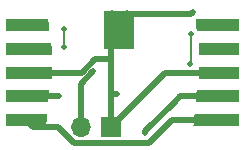
<source format=gbr>
%TF.GenerationSoftware,KiCad,Pcbnew,8.0.7*%
%TF.CreationDate,2025-01-17T17:05:41+01:00*%
%TF.ProjectId,board,626f6172-642e-46b6-9963-61645f706362,rev?*%
%TF.SameCoordinates,Original*%
%TF.FileFunction,Copper,L2,Bot*%
%TF.FilePolarity,Positive*%
%FSLAX46Y46*%
G04 Gerber Fmt 4.6, Leading zero omitted, Abs format (unit mm)*
G04 Created by KiCad (PCBNEW 8.0.7) date 2025-01-17 17:05:41*
%MOMM*%
%LPD*%
G01*
G04 APERTURE LIST*
G04 Aperture macros list*
%AMFreePoly0*
4,1,5,0.500000,-1.800000,-0.500000,-1.800000,-0.500000,1.800000,0.500000,1.900000,0.500000,-1.800000,0.500000,-1.800000,$1*%
%AMFreePoly1*
4,1,5,0.500000,-1.500000,-0.500000,-1.500000,-0.500000,2.300000,0.500000,2.400000,0.500000,-1.500000,0.500000,-1.500000,$1*%
%AMFreePoly2*
4,1,5,0.500000,1.800000,0.500000,-1.800000,-0.500000,-1.800000,-0.500000,1.900000,0.500000,1.800000,0.500000,1.800000,$1*%
%AMFreePoly3*
4,1,5,0.500000,1.700000,0.500000,-1.700000,-0.500000,-1.700000,-0.500000,1.800000,0.500000,1.700000,0.500000,1.700000,$1*%
%AMFreePoly4*
4,1,5,0.500000,1.900000,0.500000,-1.900000,-0.500000,-1.900000,-0.500000,2.000000,0.500000,1.900000,0.500000,1.900000,$1*%
G04 Aperture macros list end*
%TA.AperFunction,ComponentPad*%
%ADD10R,1.700000X1.700000*%
%TD*%
%TA.AperFunction,ComponentPad*%
%ADD11O,1.700000X1.700000*%
%TD*%
%TA.AperFunction,ComponentPad*%
%ADD12C,0.630000*%
%TD*%
%TA.AperFunction,SMDPad,CuDef*%
%ADD13R,2.600000X3.300000*%
%TD*%
%TA.AperFunction,SMDPad,CuDef*%
%ADD14FreePoly0,270.000000*%
%TD*%
%TA.AperFunction,SMDPad,CuDef*%
%ADD15FreePoly1,270.000000*%
%TD*%
%TA.AperFunction,SMDPad,CuDef*%
%ADD16R,4.000000X1.000000*%
%TD*%
%TA.AperFunction,SMDPad,CuDef*%
%ADD17FreePoly2,270.000000*%
%TD*%
%TA.AperFunction,SMDPad,CuDef*%
%ADD18FreePoly3,270.000000*%
%TD*%
%TA.AperFunction,SMDPad,CuDef*%
%ADD19FreePoly0,90.000000*%
%TD*%
%TA.AperFunction,SMDPad,CuDef*%
%ADD20R,3.500000X1.000000*%
%TD*%
%TA.AperFunction,SMDPad,CuDef*%
%ADD21FreePoly2,90.000000*%
%TD*%
%TA.AperFunction,SMDPad,CuDef*%
%ADD22FreePoly4,90.000000*%
%TD*%
%TA.AperFunction,ViaPad*%
%ADD23C,0.500000*%
%TD*%
%TA.AperFunction,Conductor*%
%ADD24C,0.500000*%
%TD*%
%TA.AperFunction,Conductor*%
%ADD25C,0.200000*%
%TD*%
G04 APERTURE END LIST*
D10*
%TO.P,J3,1,Pin_1*%
%TO.N,GND*%
X149500000Y-101100000D03*
D11*
%TO.P,J3,2,Pin_2*%
%TO.N,/mc/V+*%
X146960000Y-101100000D03*
%TD*%
D12*
%TO.P,U1,9,GND*%
%TO.N,GND*%
X149550000Y-91580000D03*
X149550000Y-92880000D03*
X149550000Y-94180000D03*
D13*
X150200000Y-92880000D03*
D12*
X150850000Y-91580000D03*
X150850000Y-92880000D03*
X150850000Y-94180000D03*
%TD*%
D14*
%TO.P,J2,6,GPIO4*%
%TO.N,unconnected-(J2-GPIO4-Pad6)*%
X142400000Y-92500000D03*
D15*
%TO.P,J2,7,GPIO5*%
%TO.N,unconnected-(J2-GPIO5-Pad7)*%
X142100000Y-94500000D03*
D16*
%TO.P,J2,8,GND*%
%TO.N,GND*%
X142600000Y-96500000D03*
D17*
%TO.P,J2,9,3.3V*%
%TO.N,/mc/VREF*%
X142400000Y-98500000D03*
D18*
%TO.P,J2,10,5V*%
%TO.N,Net-(J1-5V)*%
X142300000Y-100500000D03*
%TD*%
D19*
%TO.P,J1,6,GPIO4*%
%TO.N,unconnected-(J1-GPIO4-Pad6)*%
X158600000Y-92500000D03*
D20*
%TO.P,J1,7,GPIO5*%
%TO.N,unconnected-(J1-GPIO5-Pad7)*%
X158650000Y-94500000D03*
%TO.P,J1,8,GND*%
%TO.N,GND*%
X158650000Y-96500000D03*
D21*
%TO.P,J1,9,3.3V*%
%TO.N,/mc/VREF*%
X158600000Y-98500000D03*
D22*
%TO.P,J1,10,5V*%
%TO.N,Net-(J1-5V)*%
X158500000Y-100500000D03*
%TD*%
D23*
%TO.N,/mc/VREF*%
X152400000Y-101650000D03*
X145100000Y-98450000D03*
%TO.N,/mc/OUT2*%
X156250000Y-93250000D03*
X156200000Y-95800000D03*
%TO.N,GND*%
X156425000Y-91375000D03*
X150000000Y-98350000D03*
%TO.N,/mc/V+*%
X148000000Y-96400000D03*
%TO.N,/mc/IN2*%
X145500000Y-92850000D03*
X145500000Y-94300000D03*
%TD*%
D24*
%TO.N,GND*%
X148123288Y-95390000D02*
X149500000Y-95390000D01*
X147013288Y-96500000D02*
X148123288Y-95390000D01*
X142600000Y-96500000D02*
X147013288Y-96500000D01*
X149500000Y-95390000D02*
X149500000Y-94230000D01*
X149500000Y-98400000D02*
X149500000Y-95390000D01*
X154100000Y-96500000D02*
X149500000Y-101100000D01*
X158650000Y-96500000D02*
X154100000Y-96500000D01*
X156250000Y-91550000D02*
X156425000Y-91375000D01*
X150880000Y-91550000D02*
X156250000Y-91550000D01*
X149500000Y-94230000D02*
X149550000Y-94180000D01*
X150850000Y-91580000D02*
X150880000Y-91550000D01*
%TO.N,/mc/VREF*%
X142450000Y-98450000D02*
X142400000Y-98500000D01*
X145100000Y-98450000D02*
X142450000Y-98450000D01*
X154900000Y-98950000D02*
X152400000Y-101450000D01*
X155350000Y-98500000D02*
X154900000Y-98950000D01*
X158600000Y-98500000D02*
X155350000Y-98500000D01*
X152400000Y-101450000D02*
X152400000Y-101650000D01*
%TO.N,Net-(J1-5V)*%
X145000000Y-101100000D02*
X146400000Y-102500000D01*
X142900000Y-101100000D02*
X145000000Y-101100000D01*
X152700000Y-102500000D02*
X154700000Y-100500000D01*
X154700000Y-100500000D02*
X158500000Y-100500000D01*
X142300000Y-100500000D02*
X142900000Y-101100000D01*
X146400000Y-102500000D02*
X152700000Y-102500000D01*
D25*
%TO.N,/mc/OUT2*%
X156250000Y-95750000D02*
X156200000Y-95800000D01*
X156250000Y-93250000D02*
X156250000Y-95750000D01*
D24*
%TO.N,GND*%
X149550000Y-98350000D02*
X149500000Y-98400000D01*
X149500000Y-101100000D02*
X149500000Y-98400000D01*
X150000000Y-98350000D02*
X149550000Y-98350000D01*
%TO.N,/mc/V+*%
X146960000Y-97440000D02*
X148000000Y-96400000D01*
X146960000Y-101100000D02*
X146960000Y-97440000D01*
D25*
%TO.N,/mc/IN2*%
X145500000Y-94300000D02*
X145500000Y-92850000D01*
%TD*%
M02*

</source>
